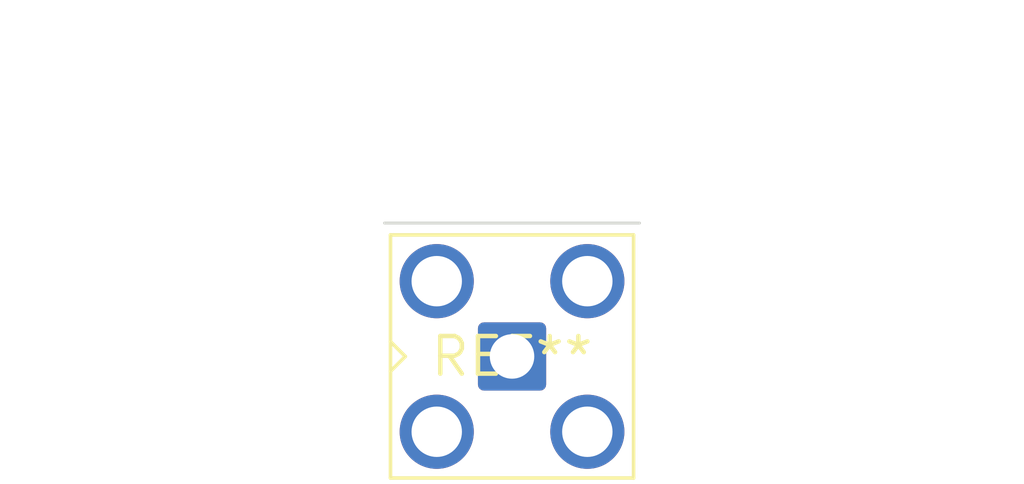
<source format=kicad_pcb>
(kicad_pcb (version 20240108) (generator pcbnew)
  (layers (0 "F.Cu" signal) (31 "B.Cu" signal) (34 "B.Paste" user) (35 "F.Paste" user) (36 "B.SilkS" user "B.Silkscreen") (37 "F.SilkS" user "F.Silkscreen") (38 "B.Mask" user) (39 "F.Mask" user) (44 "Edge.Cuts" user))
  (net 0 "")
  (footprint "SMA_Amphenol_901-143_Horizontal" (layer "F.Cu") (at 0 0)
    (property "Reference" "REF**")
    (property "Value" "SMA_Amphenol_901-143_Horizontal")
    (fp_line (start -4.1 -4.1) (end -4.1 4.1) (layer "F.SilkS") (stroke (width 0.12)))
    (fp_line (start -4.1 -4.1) (end 4.1 -4.1) (layer "F.SilkS") (stroke (width 0.12)))
    (fp_line (start -4.1 0.5) (end -3.6 0) (layer "F.SilkS") (stroke (width 0.12)))
    (fp_line (start -4.1 4.1) (end 4.1 4.1) (layer "F.SilkS") (stroke (width 0.12)))
    (fp_line (start -3.6 0) (end -4.1 -0.5) (layer "F.SilkS") (stroke (width 0.12)))
    (fp_line (start 4.1 -4.1) (end 4.1 4.1) (layer "F.SilkS") (stroke (width 0.12)))
    (fp_line (start 4.3 -4.5) (end -4.3 -4.5) (layer "Edge.Cuts") (stroke (width 0.1)))
    (pad "1" thru_hole roundrect (at 0 0) (size 2.3 2.3) (drill 1.5) (layers *.Cu *.Mask) (roundrect_rratio 0.087))
    (pad "2" thru_hole circle (at -2.54 -2.54) (size 2.5 2.5) (drill 1.7) (layers *.Cu *.Mask))
    (pad "2" thru_hole circle (at -2.54 2.54) (size 2.5 2.5) (drill 1.7) (layers *.Cu *.Mask))
    (pad "2" thru_hole circle (at 2.54 -2.54) (size 2.5 2.5) (drill 1.7) (layers *.Cu *.Mask))
    (pad "2" thru_hole circle (at 2.54 2.54) (size 2.5 2.5) (drill 1.7) (layers *.Cu *.Mask))
  )
)
</source>
